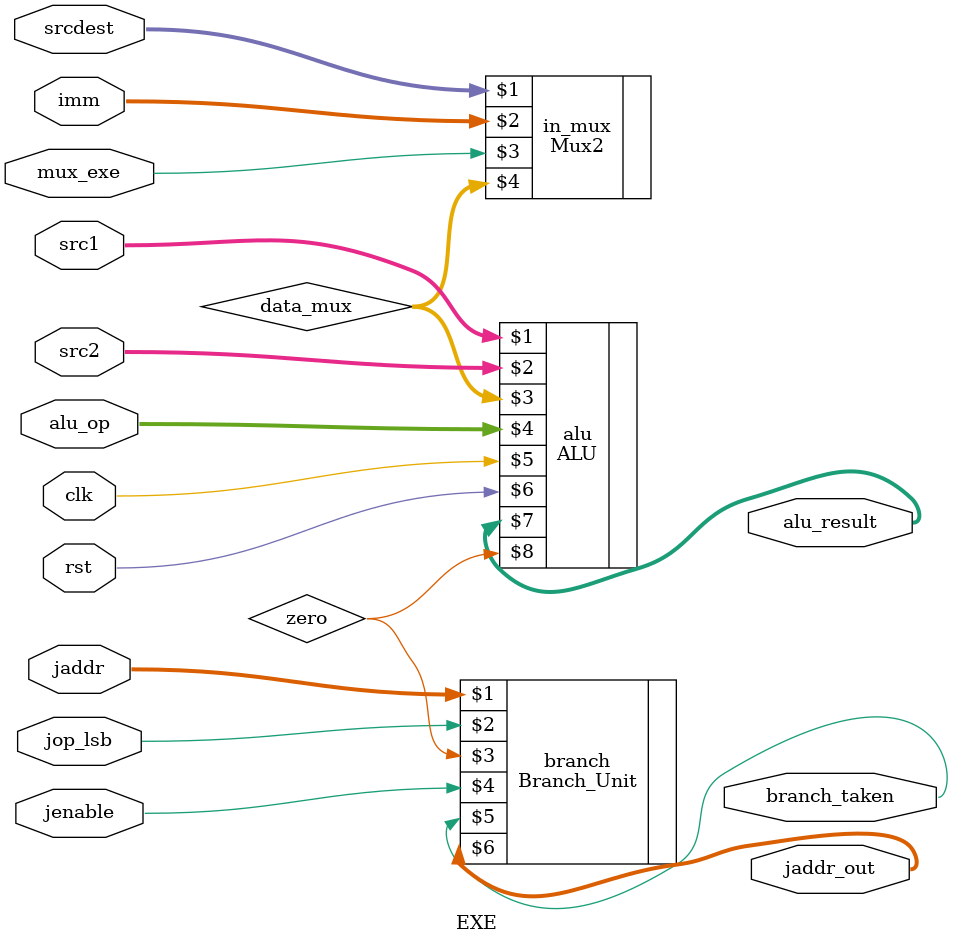
<source format=sv>
module EXE #(parameter ARQ = 16)(input logic clk, rst, mux_exe, jop_lsb, jenable, input logic[1:0] alu_op, 
											input logic[ARQ - 1:0] src1, src2, srcdest, imm,
											input logic[12:0] jaddr, 
											output logic[ARQ - 1:0] alu_result,
											output logic branch_taken, output logic[12:0] jaddr_out);
											
	logic zero;
	logic[ARQ - 1: 0] data_mux;
	
	Mux2 in_mux(srcdest, imm, mux_exe, data_mux);
											
	ALU alu(src1, src2, data_mux, alu_op, clk, rst, alu_result, zero);
	
	Branch_Unit branch(jaddr, jop_lsb, zero, jenable, branch_taken, jaddr_out);
	
endmodule

</source>
